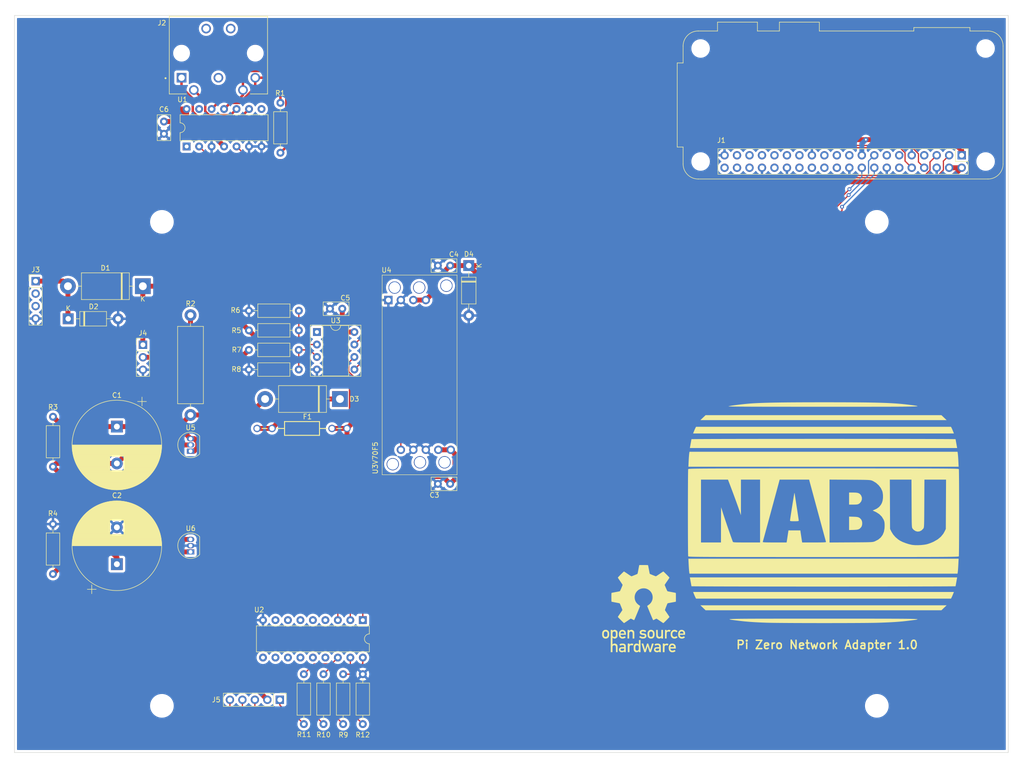
<source format=kicad_pcb>
(kicad_pcb (version 20211014) (generator pcbnew)
  (title_block (title "Pi Zero NABU Network Adapter") (date "2023-05-30") (rev "1.0"))
  (layers (0 "F.Cu" signal) (31 "B.Cu" signal) (34 "B.Paste" user) (35 "F.Paste" user) (36 "B.SilkS" user "B.Silkscreen") (37 "F.SilkS" user "F.Silkscreen") (38 "B.Mask" user) (39 "F.Mask" user) (44 "Edge.Cuts" user))
  (net 0 "")
  (net 1 "Net-(C1-Pad1)")
  (net 2 "Net-(C1-Pad2)")
  (net 3 "GND")
  (net 4 "VDC")
  (net 5 "+5V")
  (net 6 "+3V3")
  (net 7 "Net-(D1-Pad1)")
  (net 8 "VCC")
  (net 9 "/SDA")
  (net 10 "/SCL")
  (net 12 "/TX")
  (net 13 "/RX")
  (net 17 "/CABLE")
  (net 18 "/LINK")
  (net 19 "/MSG")
  (net 38 "/TX+")
  (net 39 "/RX-")
  (net 40 "/TX-")
  (net 41 "/RX+")
  (net 44 "Net-(J4-Pad2)")
  (net 45 "Net-(J5-Pad1)")
  (net 46 "Net-(J5-Pad3)")
  (net 47 "Net-(J5-Pad4)")
  (net 48 "Net-(J5-Pad5)")
  (net 49 "/VCC_SENSE")
  (net 50 "/UPS_SENSE")
  (net 51 "Net-(R10-Pad1)")
  (net 67 "/PWR_EN")
  (net 68 "Net-(R9-Pad1)")
  (net 69 "Net-(R11-Pad1)")
  (footprint "Resistor_THT:R_Axial_DIN0207_L6.3mm_D2.5mm_P10.16mm_Horizontal" (layer "F.Cu") (at 109.8534 102.0594 180)
    (fp_text reference "R8" (at 12.6984 0.0492) (layer "F.SilkS"))
    (fp_text value "7.5k")
    (pad "1" thru_hole circle (at 0 0 180) (size 1.6 1.6) (drill 0.8) (layers *.Cu *.Mask) (net 50 "/UPS_SENSE"))
    (pad "2" thru_hole oval (at 10.16 0 180) (size 1.6 1.6) (drill 0.8) (layers *.Cu *.Mask) (net 3 "GND"))
  )
  (footprint "Capacitor_THT:C_Disc_D5.0mm_W2.5mm_P2.50mm" (layer "F.Cu") (at 140.6636 80.9012 180)
    (fp_text reference "C4" (at -0.7636 2.2844) (layer "F.SilkS"))
    (fp_text value "0.1uf")
    (pad "1" thru_hole circle (at 0 0 180) (size 1.6 1.6) (drill 0.8) (layers *.Cu *.Mask) (net 5 "+5V"))
    (pad "2" thru_hole circle (at 2.5 0 180) (size 1.6 1.6) (drill 0.8) (layers *.Cu *.Mask) (net 3 "GND"))
  )
  (footprint "Resistor_THT:R_Axial_DIN0207_L6.3mm_D2.5mm_P10.16mm_Horizontal" (layer "F.Cu") (at 106.115 57.9374 90)
    (fp_text reference "R1" (at 12.1412 -0.0508) (layer "F.SilkS"))
    (fp_text value "180")
    (pad "1" thru_hole circle (at 0 0 90) (size 1.6 1.6) (drill 0.8) (layers *.Cu *.Mask) (net 41 "/RX+"))
    (pad "2" thru_hole oval (at 10.16 0 90) (size 1.6 1.6) (drill 0.8) (layers *.Cu *.Mask) (net 39 "/RX-"))
  )
  (footprint "library:Raspberry_Pi_Zero_Socketed_THT_MountingHoles" (layer "F.Cu") (at 244.7682 38.1282 -90)
    (fp_text reference "J1" (at 17.2692 48.9088) (layer "F.SilkS"))
    (fp_text value "Pi Zero W")
    (pad "" np_thru_hole circle (at -1.41 53.13 180) (size 2.75 2.75) (drill 2.75) (layers *.Cu *.Mask))
    (pad "" np_thru_hole circle (at -1.41 -4.87 180) (size 2.75 2.75) (drill 2.75) (layers *.Cu *.Mask))
    (pad "" np_thru_hole circle (at 21.59 53.13 180) (size 2.75 2.75) (drill 2.75) (layers *.Cu *.Mask))
    (pad "" np_thru_hole circle (at 21.59 -4.87 180) (size 2.75 2.75) (drill 2.75) (layers *.Cu *.Mask))
    (pad "1" thru_hole rect (at 20.32 0 270) (size 1.7 1.7) (drill 1) (layers *.Cu *.Mask) (net 6 "+3V3"))
    (pad "2" thru_hole oval (at 22.86 0 270) (size 1.7 1.7) (drill 1) (layers *.Cu *.Mask) (net 5 "+5V"))
    (pad "3" thru_hole oval (at 20.32 2.54 270) (size 1.7 1.7) (drill 1) (layers *.Cu *.Mask) (net 9 "/SDA"))
    (pad "4" thru_hole oval (at 22.86 2.54 270) (size 1.7 1.7) (drill 1) (layers *.Cu *.Mask) (net 5 "+5V"))
    (pad "5" thru_hole oval (at 20.32 5.08 270) (size 1.7 1.7) (drill 1) (layers *.Cu *.Mask) (net 10 "/SCL"))
    (pad "6" thru_hole oval (at 22.86 5.08 270) (size 1.7 1.7) (drill 1) (layers *.Cu *.Mask) (net 3 "GND"))
    (pad "7" thru_hole oval (at 20.32 7.62 270) (size 1.7 1.7) (drill 1) (layers *.Cu *.Mask))
    (pad "8" thru_hole oval (at 22.86 7.62 270) (size 1.7 1.7) (drill 1) (layers *.Cu *.Mask) (net 12 "/TX"))
    (pad "9" thru_hole oval (at 20.32 10.16 270) (size 1.7 1.7) (drill 1) (layers *.Cu *.Mask) (net 3 "GND"))
    (pad "10" thru_hole oval (at 22.86 10.16 270) (size 1.7 1.7) (drill 1) (layers *.Cu *.Mask) (net 13 "/RX"))
    (pad "11" thru_hole oval (at 20.32 12.7 270) (size 1.7 1.7) (drill 1) (layers *.Cu *.Mask))
    (pad "12" thru_hole oval (at 22.86 12.7 270) (size 1.7 1.7) (drill 1) (layers *.Cu *.Mask))
    (pad "13" thru_hole oval (at 20.32 15.24 270) (size 1.7 1.7) (drill 1) (layers *.Cu *.Mask))
    (pad "14" thru_hole oval (at 22.86 15.24 270) (size 1.7 1.7) (drill 1) (layers *.Cu *.Mask) (net 3 "GND"))
    (pad "15" thru_hole oval (at 20.32 17.78 270) (size 1.7 1.7) (drill 1) (layers *.Cu *.Mask) (net 18 "/LINK"))
    (pad "16" thru_hole oval (at 22.86 17.78 270) (size 1.7 1.7) (drill 1) (layers *.Cu *.Mask) (net 17 "/CABLE"))
    (pad "17" thru_hole oval (at 20.32 20.32 270) (size 1.7 1.7) (drill 1) (layers *.Cu *.Mask) (net 6 "+3V3"))
    (pad "18" thru_hole oval (at 22.86 20.32 270) (size 1.7 1.7) (drill 1) (layers *.Cu *.Mask) (net 19 "/MSG"))
    (pad "19" thru_hole oval (at 20.32 22.86 270) (size 1.7 1.7) (drill 1) (layers *.Cu *.Mask))
    (pad "20" thru_hole oval (at 22.86 22.86 270) (size 1.7 1.7) (drill 1) (layers *.Cu *.Mask) (net 3 "GND"))
    (pad "21" thru_hole oval (at 20.32 25.4 270) (size 1.7 1.7) (drill 1) (layers *.Cu *.Mask))
    (pad "22" thru_hole oval (at 22.86 25.4 270) (size 1.7 1.7) (drill 1) (layers *.Cu *.Mask))
    (pad "23" thru_hole oval (at 20.32 27.94 270) (size 1.7 1.7) (drill 1) (layers *.Cu *.Mask))
    (pad "24" thru_hole oval (at 22.86 27.94 270) (size 1.7 1.7) (drill 1) (layers *.Cu *.Mask))
    (pad "25" thru_hole oval (at 20.32 30.48 270) (size 1.7 1.7) (drill 1) (layers *.Cu *.Mask) (net 3 "GND"))
    (pad "26" thru_hole oval (at 22.86 30.48 270) (size 1.7 1.7) (drill 1) (layers *.Cu *.Mask))
    (pad "27" thru_hole oval (at 20.32 33.02 270) (size 1.7 1.7) (drill 1) (layers *.Cu *.Mask))
    (pad "28" thru_hole oval (at 22.86 33.02 270) (size 1.7 1.7) (drill 1) (layers *.Cu *.Mask))
    (pad "29" thru_hole oval (at 20.32 35.56 270) (size 1.7 1.7) (drill 1) (layers *.Cu *.Mask))
    (pad "30" thru_hole oval (at 22.86 35.56 270) (size 1.7 1.7) (drill 1) (layers *.Cu *.Mask) (net 3 "GND"))
    (pad "31" thru_hole oval (at 20.32 38.1 270) (size 1.7 1.7) (drill 1) (layers *.Cu *.Mask))
    (pad "32" thru_hole oval (at 22.86 38.1 270) (size 1.7 1.7) (drill 1) (layers *.Cu *.Mask))
    (pad "33" thru_hole oval (at 20.32 40.64 270) (size 1.7 1.7) (drill 1) (layers *.Cu *.Mask))
    (pad "34" thru_hole oval (at 22.86 40.64 270) (size 1.7 1.7) (drill 1) (layers *.Cu *.Mask) (net 3 "GND"))
    (pad "35" thru_hole oval (at 20.32 43.18 270) (size 1.7 1.7) (drill 1) (layers *.Cu *.Mask))
    (pad "36" thru_hole oval (at 22.86 43.18 270) (size 1.7 1.7) (drill 1) (layers *.Cu *.Mask))
    (pad "37" thru_hole oval (at 20.32 45.72 270) (size 1.7 1.7) (drill 1) (layers *.Cu *.Mask))
    (pad "38" thru_hole oval (at 22.86 45.72 270) (size 1.7 1.7) (drill 1) (layers *.Cu *.Mask))
    (pad "39" thru_hole oval (at 20.32 48.26 270) (size 1.7 1.7) (drill 1) (layers *.Cu *.Mask) (net 3 "GND"))
    (pad "40" thru_hole oval (at 22.86 48.26 270) (size 1.7 1.7) (drill 1) (layers *.Cu *.Mask))
  )
  (footprint "Resistor_THT:R_Axial_DIN0207_L6.3mm_D2.5mm_P10.16mm_Horizontal" (layer "F.Cu") (at 99.7058 94.0822)
    (fp_text reference "R5" (at -2.5508 0.0286) (layer "F.SilkS"))
    (fp_text value "10k")
    (pad "1" thru_hole circle (at 0 0) (size 1.6 1.6) (drill 0.8) (layers *.Cu *.Mask) (net 7 "Net-(D1-Pad1)"))
    (pad "2" thru_hole oval (at 10.16 0) (size 1.6 1.6) (drill 0.8) (layers *.Cu *.Mask) (net 49 "/VCC_SENSE"))
  )
  (footprint "MountingHole:MountingHole_3.2mm_M3" (layer "F.Cu") (at 227.5 72)
    (fp_text reference "H2" hide)
    (fp_text value "MountingHole_3.2mm_M3")
    (pad "" np_thru_hole circle locked (at 0 0) (size 3.8 3.8) (drill 3.8) (layers F&B.Cu *.Mask))
  )
  (footprint "Connector_PinHeader_2.54mm:PinHeader_1x05_P2.54mm_Vertical" (layer "F.Cu") (at 106.0014 169.268 -90)
    (fp_text reference "J5" (at 0 12.949 180) (layer "F.SilkS"))
    (fp_text value "Front Panel")
    (pad "1" thru_hole rect (at 0 0 270) (size 1.7 1.7) (drill 1) (layers *.Cu *.Mask) (net 45 "Net-(J5-Pad1)"))
    (pad "2" thru_hole oval (at 0 2.54 270) (size 1.7 1.7) (drill 1) (layers *.Cu *.Mask) (net 5 "+5V"))
    (pad "3" thru_hole oval (at 0 5.08 270) (size 1.7 1.7) (drill 1) (layers *.Cu *.Mask) (net 46 "Net-(J5-Pad3)"))
    (pad "4" thru_hole oval (at 0 7.62 270) (size 1.7 1.7) (drill 1) (layers *.Cu *.Mask) (net 47 "Net-(J5-Pad4)"))
    (pad "5" thru_hole oval (at 0 10.16 270) (size 1.7 1.7) (drill 1) (layers *.Cu *.Mask) (net 48 "Net-(J5-Pad5)"))
  )
  (footprint "Resistor_THT:R_Axial_DIN0207_L6.3mm_D2.5mm_P10.16mm_Horizontal" (layer "F.Cu") (at 118.8852 164.0586 -90)
    (fp_text reference "R9" (at 12.3722 -0.0498 180) (layer "F.SilkS"))
    (fp_text value "220")
    (pad "1" thru_hole circle (at 0 0 270) (size 1.6 1.6) (drill 0.8) (layers *.Cu *.Mask) (net 68 "Net-(R9-Pad1)"))
    (pad "2" thru_hole oval (at 10.16 0 270) (size 1.6 1.6) (drill 0.8) (layers *.Cu *.Mask) (net 46 "Net-(J5-Pad3)"))
  )
  (footprint "MountingHole:MountingHole_3.2mm_M3" (layer "F.Cu") (at 227.5 170.5)
    (fp_text reference "H4" hide)
    (fp_text value "MountingHole_3.2mm_M3")
    (pad "" np_thru_hole circle locked (at 0 0) (size 3.8 3.8) (drill 3.8) (layers F&B.Cu *.Mask))
  )
  (footprint "Capacitor_THT:CP_Radial_D18.0mm_P7.50mm" (layer "F.Cu") (at 72.8332 141.6704 90)
    (fp_text reference "C2" (at 13.9808 0.014) (layer "F.SilkS"))
    (fp_text value "Supercap")
    (pad "1" thru_hole rect (at 0 0 90) (size 2.4 2.4) (drill 1.2) (layers *.Cu *.Mask) (net 2 "Net-(C1-Pad2)"))
    (pad "2" thru_hole circle (at 7.5 0 90) (size 2.4 2.4) (drill 1.2) (layers *.Cu *.Mask) (net 3 "GND"))
  )
  (footprint "Diode_THT:D_DO-201AD_P15.24mm_Horizontal" (layer "F.Cu") (at 118.2354 108.0538 180)
    (fp_text reference "D3" (at -2.9226 -0.0016) (layer "F.SilkS"))
    (fp_text value "1n5820")
    (pad "1" thru_hole rect (at 0 0 180) (size 3.2 3.2) (drill 1.6) (layers *.Cu *.Mask) (net 7 "Net-(D1-Pad1)"))
    (pad "2" thru_hole oval (at 15.24 0 180) (size 3.2 3.2) (drill 1.6) (layers *.Cu *.Mask) (net 1 "Net-(C1-Pad1)"))
  )
  (footprint "Connector_PinHeader_2.54mm:PinHeader_1x03_P2.54mm_Vertical" (layer "F.Cu") (at 78.1414 97.023)
    (fp_text reference "J4" (at -0.011 -2.3788) (layer "F.SilkS"))
    (fp_text value "Conn_01x03")
    (pad "1" thru_hole rect (at 0 0) (size 1.7 1.7) (drill 1) (layers *.Cu *.Mask) (net 7 "Net-(D1-Pad1)"))
    (pad "2" thru_hole oval (at 0 2.54) (size 1.7 1.7) (drill 1) (layers *.Cu *.Mask) (net 44 "Net-(J4-Pad2)"))
    (pad "3" thru_hole oval (at 0 5.08) (size 1.7 1.7) (drill 1) (layers *.Cu *.Mask) (net 3 "GND"))
  )
  (footprint "Package_DIP:DIP-14_W7.62mm" (layer "F.Cu") (at 87.0346 56.6574 90)
    (fp_text reference "U1" (at 9.5404 -0.8586) (layer "F.SilkS"))
    (fp_text value "MAX489")
    (pad "1" thru_hole rect (at 0 0 90) (size 1.6 1.6) (drill 0.8) (layers *.Cu *.Mask))
    (pad "2" thru_hole oval (at 0 2.54 90) (size 1.6 1.6) (drill 0.8) (layers *.Cu *.Mask) (net 13 "/RX"))
    (pad "3" thru_hole oval (at 0 5.08 90) (size 1.6 1.6) (drill 0.8) (layers *.Cu *.Mask) (net 3 "GND"))
    (pad "4" thru_hole oval (at 0 7.62 90) (size 1.6 1.6) (drill 0.8) (layers *.Cu *.Mask) (net 6 "+3V3"))
    (pad "5" thru_hole oval (at 0 10.16 90) (size 1.6 1.6) (drill 0.8) (layers *.Cu *.Mask) (net 12 "/TX"))
    (pad "6" thru_hole oval (at 0 12.7 90) (size 1.6 1.6) (drill 0.8) (layers *.Cu *.Mask) (net 3 "GND"))
    (pad "7" thru_hole oval (at 0 15.24 90) (size 1.6 1.6) (drill 0.8) (layers *.Cu *.Mask) (net 3 "GND"))
    (pad "8" thru_hole oval (at 7.62 15.24 90) (size 1.6 1.6) (drill 0.8) (layers *.Cu *.Mask))
    (pad "9" thru_hole oval (at 7.62 12.7 90) (size 1.6 1.6) (drill 0.8) (layers *.Cu *.Mask) (net 38 "/TX+"))
    (pad "10" thru_hole oval (at 7.62 10.16 90) (size 1.6 1.6) (drill 0.8) (layers *.Cu *.Mask) (net 40 "/TX-"))
    (pad "11" thru_hole oval (at 7.62 7.62 90) (size 1.6 1.6) (drill 0.8) (layers *.Cu *.Mask) (net 39 "/RX-"))
    (pad "12" thru_hole oval (at 7.62 5.08 90) (size 1.6 1.6) (drill 0.8) (layers *.Cu *.Mask) (net 41 "/RX+"))
    (pad "13" thru_hole oval (at 7.62 2.54 90) (size 1.6 1.6) (drill 0.8) (layers *.Cu *.Mask))
    (pad "14" thru_hole oval (at 7.62 0 90) (size 1.6 1.6) (drill 0.8) (layers *.Cu *.Mask) (net 6 "+3V3"))
  )
  (footprint "Package_DIP:DIP-8_W7.62mm_Socket" (layer "F.Cu") (at 113.5464 94.424)
    (fp_text reference "U3" (at 3.81 -2.33) (layer "F.SilkS"))
    (fp_text value "ATtiny85V-10P")
    (pad "1" thru_hole rect (at 0 0) (size 1.6 1.6) (drill 0.8) (layers *.Cu *.Mask))
    (pad "2" thru_hole oval (at 0 2.54) (size 1.6 1.6) (drill 0.8) (layers *.Cu *.Mask) (net 49 "/VCC_SENSE"))
    (pad "3" thru_hole oval (at 0 5.08) (size 1.6 1.6) (drill 0.8) (layers *.Cu *.Mask) (net 50 "/UPS_SENSE"))
    (pad "4" thru_hole oval (at 0 7.62) (size 1.6 1.6) (drill 0.8) (layers *.Cu *.Mask) (net 3 "GND"))
    (pad "5" thru_hole oval (at 7.62 7.62) (size 1.6 1.6) (drill 0.8) (layers *.Cu *.Mask) (net 9 "/SDA"))
    (pad "6" thru_hole oval (at 7.62 5.08) (size 1.6 1.6) (drill 0.8) (layers *.Cu *.Mask) (net 67 "/PWR_EN"))
    (pad "7" thru_hole oval (at 7.62 2.54) (size 1.6 1.6) (drill 0.8) (layers *.Cu *.Mask) (net 10 "/SCL"))
    (pad "8" thru_hole oval (at 7.62 0) (size 1.6 1.6) (drill 0.8) (layers *.Cu *.Mask) (net 4 "VDC"))
  )
  (footprint "Package_TO_SOT_THT:TO-92_Inline" (layer "F.Cu") (at 87.8332 118.6704 90)
    (fp_text reference "U5" (at 4.7984 0) (layer "F.SilkS"))
    (fp_text value "TL431LP")
    (pad "1" thru_hole rect (at 0 0 90) (size 1.05 1.5) (drill 0.75) (layers *.Cu *.Mask) (net 1 "Net-(C1-Pad1)"))
    (pad "2" thru_hole oval (at 1.27 0 90) (size 1.05 1.5) (drill 0.75) (layers *.Cu *.Mask) (net 2 "Net-(C1-Pad2)"))
    (pad "3" thru_hole oval (at 2.54 0 90) (size 1.05 1.5) (drill 0.75) (layers *.Cu *.Mask) (net 1 "Net-(C1-Pad1)"))
  )
  (footprint "library:0251001.MXL" (layer "F.Cu") (at 101.3654 114.0482)
    (fp_text reference "F1" (at 10.2422 -2.386) (layer "F.SilkS"))
    (fp_text value "Fuse")
    (pad "1" thru_hole circle (at 3.05 0) (size 1.5 1.5) (drill 1) (layers *.Cu *.Mask) (net 7 "Net-(D1-Pad1)"))
    (pad "1" thru_hole circle (at 0 0) (size 1.5 1.5) (drill 1) (layers *.Cu *.Mask) (net 7 "Net-(D1-Pad1)"))
    (pad "2" thru_hole circle (at 18.3 0) (size 1.5 1.5) (drill 1) (layers *.Cu *.Mask) (net 4 "VDC"))
    (pad "2" thru_hole circle (at 15.25 0) (size 1.5 1.5) (drill 1) (layers *.Cu *.Mask) (net 4 "VDC"))
  )
  (footprint "library:CUI_SDS-50J" (layer "F.Cu") (at 93.5 37.6682 180)
    (fp_text reference "J2" (at 11.5062 6.1468) (layer "F.SilkS"))
    (fp_text value "RS422 - To Computer")
    (pad "" np_thru_hole circle (at -7.5 0 180) (size 2.4 2.4) (drill 2.4) (layers *.Cu *.Mask))
    (pad "" np_thru_hole circle (at 7.5 0 180) (size 2.4 2.4) (drill 2.4) (layers *.Cu *.Mask))
    (pad "1" thru_hole rect (at 7.5 -5 180) (size 1.95 1.95) (drill 1.3) (layers *.Cu *.Mask) (net 38 "/TX+"))
    (pad "2" thru_hole circle (at 0 -5 180) (size 1.95 1.95) (drill 1.3) (layers *.Cu *.Mask))
    (pad "3" thru_hole circle (at -7.5 -5 180) (size 1.95 1.95) (drill 1.3) (layers *.Cu *.Mask) (net 39 "/RX-"))
    (pad "4" thru_hole circle (at 5 -7.5 180) (size 1.95 1.95) (drill 1.3) (layers *.Cu *.Mask) (net 40 "/TX-"))
    (pad "5" thru_hole circle (at -5 -7.5 180) (size 1.95 1.95) (drill 1.3) (layers *.Cu *.Mask) (net 41 "/RX+"))
    (pad "E1" thru_hole circle (at -2.5 5 180) (size 1.95 1.95) (drill 1.3) (layers *.Cu *.Mask))
    (pad "E2" thru_hole circle (at 2.5 5 180) (size 1.95 1.95) (drill 1.3) (layers *.Cu *.Mask))
  )
  (footprint "library:osw_logo" (layer "F.Cu") (at 180.031667 150.712571)
    (fp_text reference "G2" hide)
    (fp_text value "LOGO" hide)
  )
  (footprint "Diode_THT:D_DO-41_SOD81_P10.16mm_Horizontal" (layer "F.Cu") (at 144.4482 80.9012 -90)
    (fp_text reference "D4" (at -2.3352 -0.027) (layer "F.SilkS"))
    (fp_text value "TVS")
    (fp_text user "K" (at 0 -2.1 90) (layer "F.SilkS"))
    (pad "1" thru_hole rect (at 0 0 270) (size 2.2 2.2) (drill 1.1) (layers *.Cu *.Mask) (net 5 "+5V"))
    (pad "2" thru_hole oval (at 10.16 0 270) (size 2.2 2.2) (drill 1.1) (layers *.Cu *.Mask) (net 3 "GND"))
  )
  (footprint "Resistor_THT:R_Axial_DIN0207_L6.3mm_D2.5mm_P10.16mm_Horizontal" (layer "F.Cu") (at 59.8332 143.6704 90)
    (fp_text reference "R4" (at 12.3232 -0.0162) (layer "F.SilkS"))
    (fp_text value "1k")
    (pad "1" thru_hole circle (at 0 0 90) (size 1.6 1.6) (drill 0.8) (layers *.Cu *.Mask) (net 2 "Net-(C1-Pad2)"))
    (pad "2" thru_hole oval (at 10.16 0 90) (size 1.6 1.6) (drill 0.8) (layers *.Cu *.Mask) (net 3 "GND"))
  )
  (footprint "MountingHole:MountingHole_3.2mm_M3" (layer "F.Cu") (at 82 170.5)
    (fp_text reference "H3" hide)
    (fp_text value "MountingHole_3.2mm_M3")
    (pad "" np_thru_hole circle locked (at 0 0) (size 3.8 3.8) (drill 3.8) (layers F&B.Cu *.Mask))
  )
  (footprint "Capacitor_THT:C_Disc_D5.0mm_W2.5mm_P2.50mm" (layer "F.Cu") (at 140.6636 125.3258 180)
    (fp_text reference "C3" (at 3.1988 -2.2876) (layer "F.SilkS"))
    (fp_text value "0.1uf")
    (pad "1" thru_hole circle (at 0 0 180) (size 1.6 1.6) (drill 0.8) (layers *.Cu *.Mask) (net 4 "VDC"))
    (pad "2" thru_hole circle (at 2.5 0 180) (size 1.6 1.6) (drill 0.8) (layers *.Cu *.Mask) (net 3 "GND"))
  )
  (footprint "Resistor_THT:R_Axial_DIN0207_L6.3mm_D2.5mm_P10.16mm_Horizontal" (layer "F.Cu") (at 109.8534 98.0594 180)
    (fp_text reference "R7" (at 12.6476 0.0116) (layer "F.SilkS"))
    (fp_text value "10k")
    (pad "1" thru_hole circle (at 0 0 180) (size 1.6 1.6) (drill 0.8) (layers *.Cu *.Mask) (net 50 "/UPS_SENSE"))
    (pad "2" thru_hole oval (at 10.16 0 180) (size 1.6 1.6) (drill 0.8) (layers *.Cu *.Mask) (net 1 "Net-(C1-Pad1)"))
  )
  (footprint "Package_DIP:DIP-18_W7.62mm" (layer "F.Cu") (at 122.8874 153.0586 -90)
    (fp_text reference "U2" (at -2.104 21.0974 180) (layer "F.SilkS"))
    (fp_text value "ULN2803A")
    (pad "1" thru_hole rect (at 0 0 270) (size 1.6 1.6) (drill 0.8) (layers *.Cu *.Mask) (net 17 "/CABLE"))
    (pad "2" thru_hole oval (at 0 2.54 270) (size 1.6 1.6) (drill 0.8) (layers *.Cu *.Mask) (net 18 "/LINK"))
    (pad "3" thru_hole oval (at 0 5.08 270) (size 1.6 1.6) (drill 0.8) (layers *.Cu *.Mask) (net 19 "/MSG"))
    (pad "4" thru_hole oval (at 0 7.62 270) (size 1.6 1.6) (drill 0.8) (layers *.Cu *.Mask))
    (pad "5" thru_hole oval (at 0 10.16 270) (size 1.6 1.6) (drill 0.8) (layers *.Cu *.Mask))
    (pad "6" thru_hole oval (at 0 12.7 270) (size 1.6 1.6) (drill 0.8) (layers *.Cu *.Mask))
    (pad "7" thru_hole oval (at 0 15.24 270) (size 1.6 1.6) (drill 0.8) (layers *.Cu *.Mask))
    (pad "8" thru_hole oval (at 0 17.78 270) (size 1.6 1.6) (drill 0.8) (layers *.Cu *.Mask))
    (pad "9" thru_hole oval (at 0 20.32 270) (size 1.6 1.6) (drill 0.8) (layers *.Cu *.Mask) (net 3 "GND"))
    (pad "10" thru_hole oval (at 7.62 20.32 270) (size 1.6 1.6) (drill 0.8) (layers *.Cu *.Mask))
    (pad "11" thru_hole oval (at 7.62 17.78 270) (size 1.6 1.6) (drill 0.8) (layers *.Cu *.Mask))
    (pad "12" thru_hole oval (at 7.62 15.24 270) (size 1.6 1.6) (drill 0.8) (layers *.Cu *.Mask))
    (pad "13" thru_hole oval (at 7.62 12.7 270) (size 1.6 1.6) (drill 0.8) (layers *.Cu *.Mask))
    (pad "14" thru_hole oval (at 7.62 10.16 270) (size 1.6 1.6) (drill 0.8) (layers *.Cu *.Mask))
    (pad "15" thru_hole oval (at 7.62 7.62 270) (size 1.6 1.6) (drill 0.8) (layers *.Cu *.Mask))
    (pad "16" thru_hole oval (at 7.62 5.08 270) (size 1.6 1.6) (drill 0.8) (layers *.Cu *.Mask) (net 69 "Net-(R11-Pad1)"))
    (pad "17" thru_hole oval (at 7.62 2.54 270) (size 1.6 1.6) (drill 0.8) (layers *.Cu *.Mask) (net 51 "Net-(R10-Pad1)"))
    (pad "18" thru_hole oval (at 7.62 0 270) (size 1.6 1.6) (drill 0.8) (layers *.Cu *.Mask) (net 68 "Net-(R9-Pad1)"))
  )
  (footprint "library:U3V70F5" (layer "F.Cu") (at 142.0622 123.4732 90)
    (fp_text reference "U4" (at 41.656 -14.351) (layer "F.SilkS"))
    (fp_text value "U3V70F5" (at 3.429 -16.637 90) (layer "F.SilkS"))
    (pad "" np_thru_hole circle (at 38.481 -2.159 90) (size 2.5 2.5) (drill 2.1844) (layers F&B.Cu *.Mask))
    (pad "" np_thru_hole circle (at 2.159 -13.081 90) (size 2.5 2.5) (drill 2.1844) (layers F&B.Cu *.Mask))
    (pad "" np_thru_hole circle (at 38.1 -7.70001 180) (size 2.5 2.5) (drill 2.1844) (layers F&B.Cu *.Mask))
    (pad "" np_thru_hole circle (at 2.54 -7.53999 90) (size 2.5 2.5) (drill 2.1844) (layers F&B.Cu *.Mask))
    (pad "" np_thru_hole circle (at 38.1 -12.7 90) (size 2.5 2.5) (drill 2.1844) (layers F&B.Cu *.Mask))
    (pad "" np_thru_hole circle (at 2.54 -2.54 90) (size 2.5 2.5) (drill 2.1844) (layers F&B.Cu *.Mask))
    (pad "1" thru_hole rect (at 35.56 -13.97 90) (size 1.7 1.7) (drill 1) (layers *.Cu *.Mask) (net 3 "GND"))
    (pad "2" thru_hole circle (at 35.56 -11.43 90) (size 1.7 1.7) (drill 1) (layers *.Cu *.Mask) (net 3 "GND"))
    (pad "3" thru_hole circle (at 35.56 -8.89 90) (size 1.7 1.7) (drill 1) (layers *.Cu *.Mask) (net 5 "+5V"))
    (pad "4" thru_hole circle (at 35.56 -6.35 90) (size 1.7 1.7) (drill 1) (layers *.Cu *.Mask) (net 5 "+5V"))
    (pad "5" thru_hole circle (at 5.08 -1.27 90) (size 1.7 1.7) (drill 1) (layers *.Cu *.Mask) (net 4 "VDC"))
    (pad "6" thru_hole circle (at 5.08 -3.81 90) (size 1.7 1.7) (drill 1) (layers *.Cu *.Mask) (net 4 "VDC"))
    (pad "7" thru_hole circle (at 5.08 -6.35 90) (size 1.7 1.7) (drill 1) (layers *.Cu *.Mask) (net 3 "GND"))
    (pad "8" thru_hole circle (at 5.08 -8.89 90) (size 1.7 1.7) (drill 1) (layers *.Cu *.Mask) (net 3 "GND"))
    (pad "9" thru_hole circle (at 5.08 -11.43 90) (size 1.7 1.7) (drill 1) (layers *.Cu *.Mask) (net 67 "/PWR_EN"))
  )
  (footprint "Resistor_THT:R_Axial_DIN0207_L6.3mm_D2.5mm_P10.16mm_Horizontal" (layer "F.Cu") (at 114.8852 164.0586 -90)
    (fp_text reference "R10" (at 12.3214 -0.0112 180) (layer "F.SilkS"))
    (fp_text value "220")
    (pad "1" thru_hole circle (at 0 0 270) (size 1.6 1.6) (drill 0.8) (layers *.Cu *.Mask) (net 51 "Net-(R10-Pad1)"))
    (pad "2" thru_hole oval (at 10.16 0 270) (size 1.6 1.6) (drill 0.8) (layers *.Cu *.Mask) (net 47 "Net-(J5-Pad4)"))
  )
  (footprint "Diode_THT:D_DO-201AD_P15.24mm_Horizontal" (layer "F.Cu") (at 78.116 85.0954 180)
    (fp_text reference "D1" (at 7.6056 3.71) (layer "F.SilkS"))
    (fp_text value "1n5820")
    (fp_text user "K" (at 0 -2.6) (layer "F.SilkS"))
    (pad "1" thru_hole rect (at 0 0 180) (size 3.2 3.2) (drill 1.6) (layers *.Cu *.Mask) (net 7 "Net-(D1-Pad1)"))
    (pad "2" thru_hole oval (at 15.24 0 180) (size 3.2 3.2) (drill 1.6) (layers *.Cu *.Mask) (net 8 "VCC"))
  )
  (footprint "Resistor_THT:R_Axial_DIN0207_L6.3mm_D2.5mm_P10.16mm_Horizontal" (layer "F.Cu") (at 110.8852 164.0586 -90)
    (fp_text reference "R11" (at 12.2706 -0.0488 180) (layer "F.SilkS"))
    (fp_text value "220")
    (pad "1" thru_hole circle (at 0 0 270) (size 1.6 1.6) (drill 0.8) (layers *.Cu *.Mask) (net 69 "Net-(R11-Pad1)"))
    (pad "2" thru_hole oval (at 10.16 0 270) (size 1.6 1.6) (drill 0.8) (layers *.Cu *.Mask) (net 48 "Net-(J5-Pad5)"))
  )
  (footprint "Resistor_THT:R_Axial_DIN0207_L6.3mm_D2.5mm_P10.16mm_Horizontal" (layer "F.Cu") (at 122.8852 164.0586 -90)
    (fp_text reference "R12" (at 12.3468 0.0132 180) (layer "F.SilkS"))
    (fp_text value "220")
    (pad "1" thru_hole circle (at 0 0 270) (size 1.6 1.6) (drill 0.8) (layers *.Cu *.Mask) (net 3 "GND"))
    (pad "2" thru_hole oval (at 10.16 0 270) (size 1.6 1.6) (drill 0.8) (layers *.Cu *.Mask) (net 45 "Net-(J5-Pad1)"))
  )
  (footprint "Diode_THT:D_DO-41_SOD81_P10.16mm_Horizontal" (layer "F.Cu") (at 62.9268 91.7248)
    (fp_text reference "D2" (at 5.1706 -2.47) (layer "F.SilkS"))
    (fp_text value "TVS")
    (fp_text user "K" (at 0 -2.1) (layer "F.SilkS"))
    (pad "1" thru_hole rect (at 0 0) (size 2.2 2.2) (drill 1.1) (layers *.Cu *.Mask) (net 8 "VCC"))
    (pad "2" thru_hole oval (at 10.16 0) (size 2.2 2.2) (drill 1.1) (layers *.Cu *.Mask) (net 3 "GND"))
  )
  (footprint "Capacitor_THT:C_Disc_D5.0mm_W2.5mm_P2.50mm" (layer "F.Cu") (at 118.70184 89.6812 180)
    (fp_text reference "C5" (at -0.62736 2.1998) (layer "F.SilkS"))
    (fp_text value "0.1uf")
    (pad "1" thru_hole circle (at 0 0 180) (size 1.6 1.6) (drill 0.8) (layers *.Cu *.Mask) (net 4 "VDC"))
    (pad "2" thru_hole circle (at 2.5 0 180) (size 1.6 1.6) (drill 0.8) (layers *.Cu *.Mask) (net 3 "GND"))
  )
  (footprint "Resistor_THT:R_Axial_DIN0516_L15.5mm_D5.0mm_P20.32mm_Horizontal" (layer "F.Cu") (at 87.8188 90.9882 -90)
    (fp_text reference "R2" (at -2.3384 -0.0144) (layer "F.SilkS"))
    (fp_text value "2.2 3W")
    (pad "1" thru_hole circle (at 0 0 270) (size 2.4 2.4) (drill 1.2) (layers *.Cu *.Mask) (net 44 "Net-(J4-Pad2)"))
    (pad "2" thru_hole oval (at 20.32 0 270) (size 2.4 2.4) (drill 1.2) (layers *.Cu *.Mask) (net 1 "Net-(C1-Pad1)"))
  )
  (footprint "Capacitor_THT:CP_Radial_D18.0mm_P7.50mm" (layer "F.Cu") (at 72.8332 113.6704 -90)
    (fp_text reference "C1" (at -6.377 -0.014) (layer "F.SilkS"))
    (fp_text value "Supercap")
    (pad "1" thru_hole rect (at 0 0 270) (size 2.4 2.4) (drill 1.2) (layers *.Cu *.Mask) (net 1 "Net-(C1-Pad1)"))
    (pad "2" thru_hole circle (at 7.5 0 270) (size 2.4 2.4) (drill 1.2) (layers *.Cu *.Mask) (net 2 "Net-(C1-Pad2)"))
  )
  (footprint "library:nabu_logo" (layer "F.Cu") (at 216.607667 131.154571)
    (fp_text reference "G1" hide)
    (fp_text value "LOGO" hide)
  )
  (footprint "Package_TO_SOT_THT:TO-92_Inline" (layer "F.Cu") (at 87.8332 139.1704 90)
    (fp_text reference "U6" (at 4.7752 0.0254) (layer "F.SilkS"))
    (fp_text value "TL431LP")
    (pad "1" thru_hole rect (at 0 0 90) (size 1.05 1.5) (drill 0.75) (layers *.Cu *.Mask) (net 2 "Net-(C1-Pad2)"))
    (pad "2" thru_hole oval (at 1.27 0 90) (size 1.05 1.5) (drill 0.75) (layers *.Cu *.Mask) (net 3 "GND"))
    (pad "3" thru_hole oval (at 2.54 0 90) (size 1.05 1.5) (drill 0.75) (layers *.Cu *.Mask) (net 2 "Net-(C1-Pad2)"))
  )
  (footprint "MountingHole:MountingHole_3.2mm_M3" (layer "F.Cu") (at 82 72)
    (fp_text reference "H1" hide)
    (fp_text value "MountingHole_3.2mm_M3")
    (pad "" np_thru_hole circle locked (at 0 0) (size 3.8 3.8) (drill 3.8) (layers F&B.Cu *.Mask))
  )
  (footprint "Resistor_THT:R_Axial_DIN0207_L6.3mm_D2.5mm_P10.16mm_Horizontal" (layer "F.Cu") (at 109.8658 90.0822 180)
    (fp_text reference "R6" (at 12.8886 0.0862) (layer "F.SilkS"))
    (fp_text value "7.5k")
    (pad "1" thru_hole circle (at 0 0 180) (size 1.6 1.6) (drill 0.8) (layers *.Cu *.Mask) (net 49 "/VCC_SENSE"))
    (pad "2" thru_hole oval (at 10.16 0 180) (size 1.6 1.6) (drill 0.8) (layers *.Cu *.Mask) (net 3 "GND"))
  )
  (footprint "Connector_PinHeader_2.54mm:PinHeader_1x04_P2.54mm_Vertical" (layer "F.Cu") (at 56.2974 84.064)
    (fp_text reference "J3" (at 0 -2.33) (layer "F.SilkS"))
    (fp_text value "Power")
    (pad "1" thru_hole rect (at 0 0) (size 1.7 1.7) (drill 1) (layers *.Cu *.Mask) (net 8 "VCC"))
    (pad "2" thru_hole oval (at 0 2.54) (size 1.7 1.7) (drill 1) (layers *.Cu *.Mask))
    (pad "3" thru_hole oval (at 0 5.08) (size 1.7 1.7) (drill 1) (layers *.Cu *.Mask))
    (pad "4" thru_hole oval (at 0 7.62) (size 1.7 1.7) (drill 1) (layers *.Cu *.Mask) (net 3 "GND"))
  )
  (footprint "Capacitor_THT:C_Disc_D5.0mm_W2.5mm_P2.50mm" (layer "F.Cu") (at 82.4168 51.582 -90)
    (fp_text reference "C6" (at -2.4838 0) (layer "F.SilkS"))
    (fp_text value "0.1uf")
    (pad "1" thru_hole circle (at 0 0 270) (size 1.6 1.6) (drill 0.8) (layers *.Cu *.Mask) (net 6 "+3V3"))
    (pad "2" thru_hole circle (at 2.5 0 270) (size 1.6 1.6) (drill 0.8) (layers *.Cu *.Mask) (net 3 "GND"))
  )
  (footprint "Resistor_THT:R_Axial_DIN0207_L6.3mm_D2.5mm_P10.16mm_Horizontal" (layer "F.Cu") (at 59.8332 111.6704 -90)
    (fp_text reference "R3" (at -1.964 -0.0092) (layer "F.SilkS"))
    (fp_text value "1k")
    (pad "1" thru_hole circle (at 0 0 270) (size 1.6 1.6) (drill 0.8) (layers *.Cu *.Mask) (net 1 "Net-(C1-Pad1)"))
    (pad "2" thru_hole oval (at 10.16 0 270) (size 1.6 1.6) (drill 0.8) (layers *.Cu *.Mask) (net 2 "Net-(C1-Pad2)"))
  )
  (gr_line (start 52 180) (end 52 30) (layer "Edge.Cuts") (width 0.1))
  (gr_line (start 254.25 30) (end 254.25 180) (layer "Edge.Cuts") (width 0.1))
  (gr_line (start 52 30) (end 254.25 30) (layer "Edge.Cuts") (width 0.1))
  (gr_line (start 52 180) (end 254.25 180) (layer "Edge.Cuts") (width 0.1))
  (gr_text "Pi Zero Network Adapter ${REVISION}" (at 217.369667 158.078571) (layer "F.SilkS") (effects (font (size 1.7 1.7) (thickness 0.3))))
  (segment (start 88.519932 118.6704) (end 89.28272 117.907612) (width 1) (layer "F.Cu") (net 1))
  (segment (start 102.9954 108.0538) (end 99.741 111.3082) (width 1) (layer "F.Cu") (net 1))
  (segment (start 87.8188 111.3082) (end 96.7756 111.3082) (width 1) (layer "F.Cu") (net 1))
  (segment (start 85.4566 113.6704) (end 87.8188 111.3082) (width 1) (layer "F.Cu") (net 1))
  (segment (start 99.741 111.3082) (end 96.7756 111.3082) (width 1) (layer "F.Cu") (net 1))
  (segment (start 72.8332 113.6704) (end 61.8332 113.6704) (width 1) (layer "F.Cu") (net 1))
  (segment (start 89.28272 116.82012) (end 88.593 116.1304) (width 1) (layer "F.Cu") (net 1))
  (segment (start 96.901 100.8518) (end 96.901 111.1828) (width 1) (layer "F.Cu") (net 1))
  (segment (start 87.8332 118.6704) (end 88.519932 118.6704) (width 1) (layer "F.Cu") (net 1))
  (segment (start 96.901 111.1828) (end 96.7756 111.3082) (width 1) (layer "F.Cu") (net 1))
  (segment (start 99.6934 98.0594) (end 96.901 100.8518) (width 1) (layer "F.Cu") (net 1))
  (segment (start 61.8332 113.6704) (end 59.8332 111.6704) (width 1) (layer "F.Cu") (net 1))
  (segment (start 89.28272 117.907612) (end 89.28272 116.82012) (width 1) (layer "F.Cu") (net 1))
  (segment (start 85.4566 113.6704) (end 85.4566 113.7538) (width 1) (layer "F.Cu") (net 1))
  (segment (start 85.4566 113.7538) (end 87.8332 116.1304) (width 1) (layer "F.Cu") (net 1))
  (segment (start 88.593 116.1304) (end 87.8332 116.1304) (width 1) (layer "F.Cu") (net 1))
  (segment (start 72.8332 113.6704) (end 85.4566 113.6704) (width 1) (layer "F.Cu") (net 1))
  (segment (start 72.8332 121.1704) (end 60.4932 121.1704) (width 1) (layer "F.Cu") (net 2))
  (segment (start 86.2832 136.6304) (end 84.8614 138.0522) (width 1) (layer "F.Cu") (net 2))
  (segment (start 59.8332 121.8304) (end 64.3332 126.3304) (width 1) (layer "F.Cu") (net 2))
  (segment (start 84.8614 138.0522) (end 84.8614 139.1704) (width 1) (layer "F.Cu") (net 2))
  (segment (start 71.7042 139.1704) (end 64.3332 139.1704) (width 1) (layer "F.Cu") (net 2))
  (segment (start 72.8332 141.6704) (end 72.8332 140.2994) (width 1) (layer "F.Cu") (net 2))
  (segment (start 64.3332 139.1704) (end 59.8332 143.6704) (width 1) (layer "F.Cu") (net 2))
  (segment (start 87.8332 139.1704) (end 84.8614 139.1704) (width 1) (layer "F.Cu") (net 2))
  (segment (start 84.8614 139.1704) (end 71.7042 139.1704) (width 1) (layer "F.Cu") (net 2))
  (segment (start 64.3332 126.3304) (end 64.3332 139.1704) (width 1) (layer "F.Cu") (net 2))
  (segment (start 87.8332 136.6304) (end 86.2832 136.6304) (width 1) (layer "F.Cu") (net 2))
  (segment (start 84.8614 138.0522) (end 84.8614 121.4114) (width 1) (layer "F.Cu") (net 2))
  (segment (start 60.4932 121.1704) (end 59.8332 121.8304) (width 1) (layer "F.Cu") (net 2))
  (segment (start 84.8614 121.4114) (end 80.8504 117.4004) (width 1) (layer "F.Cu") (net 2))
  (segment (start 76.6032 117.4004) (end 80.8504 117.4004) (width 1) (layer "F.Cu") (net 2))
  (segment (start 72.8332 140.2994) (end 71.7042 139.1704) (width 1) (layer "F.Cu") (net 2))
  (segment (start 80.8504 117.4004) (end 87.8332 117.4004) (width 1) (layer "F.Cu") (net 2))
  (segment (start 72.8332 121.1704) (end 76.6032 117.4004) (width 1) (layer "F.Cu") (net 2))
  (segment (start 118.70184 93.76284) (end 118.70184 89.6812) (width 1) (layer "F.Cu") (net 4))
  (segment (start 120.534911 104.168859) (end 120.534911 113.178689) (width 1) (layer "F.Cu") (net 4))
  (segment (start 119.6654 120.4312) (end 123.060489 123.826289) (width 1) (layer "F.Cu") (net 4))
  (segment (start 118.70184 102.335788) (end 120.534911 104.168859) (width 1) (layer "F.Cu") (net 4))
  (segment (start 121.1664 94.424) (end 119.363 94.424) (width 1) (layer "F.Cu") (net 4))
  (segment (start 119.6654 114.0482) (end 119.6654 120.4312) (width 1) (layer "F.Cu") (net 4))
  (segment (start 140.7922 118.3932) (end 141.6422 119.2432) (width 1) (layer "F.Cu") (net 4))
  (segment (start 118.70184 93.08716) (end 118.70184 102.335788) (width 1) (layer "F.Cu") (net 4))
  (segment (start 140.6636 125.3258) (end 139.164089 123.826289) (width 1) (layer "F.Cu") (net 4))
  (segment (start 120.534911 113.178689) (end 119.6654 114.0482) (width 1) (layer "F.Cu") (net 4))
  (segment (start 119.363 94.424) (end 118.70184 93.76284) (width 1) (layer "F.Cu") (net 4))
  (segment (start 116.6154 114.0482) (end 119.6654 114.0482) (width 1) (layer "F.Cu") (net 4))
  (segment (start 141.6422 124.3472) (end 140.6636 125.3258) (width 1) (layer "F.Cu") (net 4))
  (segment (start 141.6422 119.2432) (end 141.6422 124.3472) (width 1) (layer "F.Cu") (net 4))
  (segment (start 139.164089 123.826289) (end 123.060489 123.826289) (width 1) (layer "F.Cu") (net 4))
  (segment (start 138.2522 118.3932) (end 140.7922 118.3932) (width 1) (layer "F.Cu") (net 4))
  (segment (start 144.4482 80.9012) (end 185.847966 80.9012) (width 1) (layer "F.Cu") (net 5))
  (segment (start 99.758 165.5646) (end 103.4614 169.268) (width 1) (layer "F.Cu") (net 5))
  (segment (start 146.7866 122.7328) (end 137.6388 131.8806) (width 1) (layer "F.Cu") (net 5))
  (segment (start 135.7122 87.9132) (end 137.4378 86.1876) (width 1) (layer "F.Cu") (net 5))
  (segment (start 144.4482 80.9012) (end 146.7866 83.2396) (width 1) (layer "F.Cu") (net 5))
  (segment (start 137.4378 84.127) (end 140.6636 80.9012) (width 1) (layer "F.Cu") (net 5))
  (segment (start 185.847966 80.9012) (end 187.184483 79.564683) (width 1) (layer "F.Cu") (net 5))
  (segment (start 135.7122 87.9132) (end 133.1722 87.9132) (width 1) (layer "F.Cu") (net 5))
  (segment (start 202.907246 63.84192) (end 187.184483 79.564683) (width 1) (layer "F.Cu") (net 5))
  (segment (start 146.7866 83.2396) (end 146.7866 122.7328) (width 1) (layer "F.Cu") (net 5))
  (segment (start 144.4482 80.9012) (end 140.6636 80.9012) (width 1) (layer "F.Cu") (net 5))
  (segment (start 106.5746 131.8806) (end 99.758 138.6972) (width 1) (layer "F.Cu") (net 5))
  (segment (start 137.4378 86.1876) (end 137.4378 84.127) (width 1) (layer "F.Cu") (net 5))
  (segment (start 242.2282 60.9882) (end 244.7682 60.9882) (width 1) (layer "F.Cu") (net 5))
  (segment (start 244.7682 60.9882) (end 241.91448 63.84192) (width 1) (layer "F.Cu") (net 5))
  (segment (start 241.91448 63.84192) (end 202.907246 63.84192) (width 1) (layer "F.Cu") (net 5))
  (segment (start 137.6388 131.8806) (end 106.5746 131.8806) (width 1) (layer "F.Cu") (net 5))
  (segment (start 99.758 138.6972) (end 99.758 165.5646) (width 1) (layer "F.Cu") (net 5))
  (segment (start 81.8656 38.0492) (end 81.8656 46.863) (width 1) (layer "F.Cu") (net 6))
  (segment (start 225.2726 55.2704) (end 242.57 55.2704) (width 1) (layer "F.Cu") (net 6))
  (segment (start 244.7682 57.4686) (end 244.7682 58.4482) (width 1) (layer "F.Cu") (net 6))
  (segment (start 81.8656 46.863) (end 84.04 49.0374) (width 1) (layer "F.Cu") (net 6))
  (segment (start 84.4818 35.433) (end 109.2454 35.433) (width 1) (layer "F.Cu") (net 6))
  (segment (start 84.4818 35.433) (end 81.8656 38.0492) (width 1) (layer "F.Cu") (net 6))
  (segment (start 84.04 49.0374) (end 87.0346 49.0374) (width 1) (layer "F.Cu") (net 6))
  (segment (start 87.0346 52.1158) (end 88.716 53.7972) (width 1) (layer "F.Cu") (net 6))
  (segment (start 84.49 51.582) (end 87.0346 49.0374) (width 1) (layer "F.Cu") (net 6))
  (segment (start 129.0828 55.2704) (end 109.2454 35.433) (width 1) (layer "F.Cu") (net 6))
  (segment (start 225.2726 55.2704) (end 129.0828 55.2704) (width 1) (layer "F.Cu") (net 6))
  (segment (start 242.57 55.2704) (end 244.7682 57.4686) (width 1) (layer "F.Cu") (net 6))
  (segment (start 87.0346 49.0374) (end 87.0346 52.1158) (width 1) (layer "F.Cu") (net 6))
  (segment (start 88.716 53.7972) (end 91.7944 53.7972) (width 1) (layer "F.Cu") (net 6))
  (segment (start 91.7944 53.7972) (end 94.6546 56.6574) (width 1) (layer "F.Cu") (net 6))
  (segment (start 82.4168 51.582) (end 84.49 51.582) (width 1) (layer "F.Cu") (net 6))
  (via (at 225.2726 55.2704) (size 0.8) (drill 0.4) (layers "F.Cu" "B.Cu") (net 6))
  (segment (start 224.4482 56.0948) (end 225.2726 55.2704) (width 1) (layer "B.Cu") (net 6))
  (segment (start 224.4482 58.4482) (end 224.4482 56.0948) (width 1) (layer "B.Cu") (net 6))
  (segment (start 78.116 96.9976) (end 78.1414 97.023) (width 1) (layer "F.Cu") (net 7))
  (segment (start 118.2354 108.0538) (end 110.3868 108.0538) (width 1) (layer "F.Cu") (net 7))
  (segment (start 106.5022 111.9384) (end 106.5022 111.3574) (width 1) (layer "F.Cu") (net 7))
  (segment (start 104.3924 114.0482) (end 101.3654 114.0482) (width 1) (layer "F.Cu") (net 7))
  (segment (start 90.719 85.0954) (end 99.7058 94.0822) (width 1) (layer "F.Cu") (net 7))
  (segment (start 78.116 85.0954) (end 78.116 96.9976) (width 1) (layer "F.Cu") (net 7))
  (segment (start 106.5022 111.9384) (end 104.3924 114.0482) (width 1) (layer "F.Cu") (net 7))
  (segment (start 106.5022 100.8786) (end 106.5022 111.3574) (width 1) (layer "F.Cu") (net 7))
  (segment (start 78.116 85.0954) (end 90.719 85.0954) (width 1) (layer "F.Cu") (net 7))
  (segment (start 110.3868 108.0538) (end 106.5022 111.9384) (width 1) (layer "F.Cu") (net 7))
  (segment (start 99.7058 94.0822) (end 106.5022 100.8786) (width 1) (layer "F.Cu") (net 7))
  (segment (start 62.886 91.684) (end 62.9268 91.7248) (width 1) (layer "F.Cu") (net 8))
  (segment (start 62.876 91.674) (end 62.9268 91.7248) (width 1) (layer "F.Cu") (net 8))
  (segment (start 61.8446 84.064) (end 62.876 85.0954) (width 1) (layer "F.Cu") (net 8))
  (segment (start 62.876 85.0954) (end 62.876 91.674) (width 1) (layer "F.Cu") (net 8))
  (segment (start 56.2974 84.064) (end 61.8446 84.064) (width 1) (layer "F.Cu") (net 8))
  (segment (start 242.2282 58.4482) (end 241.053689 59.622711) (width 0.25) (layer "F.Cu") (net 9))
  (segment (start 236.03452 63.00972) (end 202.573398 63.00972) (width 0.25) (layer "F.Cu") (net 9))
  (segment (start 124.65552 98.55488) (end 121.1664 102.044) (width 0.25) (layer "F.Cu") (net 9))
  (segment (start 239.4712 63.0174) (end 236.0422 63.0174) (width 0.25) (layer "F.Cu") (net 9))
  (segment (start 202.573398 63.00972) (end 187.541259 78.041859) (width 0.25) (layer "F.Cu") (net 9))
  (segment (start 124.65552 82.079598) (end 124.65552 98.55488) (width 0.25) (layer "F.Cu") (net 9))
  (segment (start 128.227598 78.50752) (end 187.075598 78.50752) (width 0.25) (layer "F.Cu") (net 9))
  (segment (start 128.227598 78.50752) (end 124.65552 82.079598) (width 0.25) (layer "F.Cu") (net 9))
  (segment (start 187.075598 78.50752) (end 187.541259 78.041859) (width 0.25) (layer "F.Cu") (net 9))
  (segment (start 236.0422 63.0174) (end 236.03452 63.00972) (width 0.25) (layer "F.Cu") (net 9))
  (segment (start 241.053689 59.622711) (end 241.053689 61.434911) (width 0.25) (layer "F.Cu") (net 9))
  (segment (start 241.053689 61.434911) (end 239.4712 63.0174) (width 0.25) (layer "F.Cu") (net 9))
  (segment (start 124.206 93.9244) (end 124.206 81.8934) (width 0.25) (layer "F.Cu") (net 10))
  (segment (start 202.3872 62.5602) (end 237.23721 62.5602) (width 0.25) (layer "F.Cu") (net 10))
  (segment (start 124.206 81.8934) (end 128.0414 78.058) (width 0.25) (layer "F.Cu") (net 10))
  (segment (start 128.0414 78.058) (end 186.8894 78.058) (width 0.25) (layer "F.Cu") (net 10))
  (segment (start 121.1664 96.964) (end 124.206 93.9244) (width 0.25) (layer "F.Cu") (net 10))
  (segment (start 238.322711 59.813689) (end 239.6882 58.4482) (width 0.25) (layer "F.Cu") (net 10))
  (segment (start 238.322711 61.474699) (end 238.322711 59.813689) (width 0.25) (layer "F.Cu") (net 10))
  (segment (start 186.8894 78.058) (end 202.3872 62.5602) (width 0.25) (layer "F.Cu") (net 10))
  (segment (start 237.23721 62.5602) (end 238.322711 61.474699) (width 0.25) (layer "F.Cu") (net 10))
  (segment (start 235.973689 58.152679) (end 234.26749 56.44648) (width 0.25) (layer "F.Cu") (net 12))
  (segment (start 234.26749 56.44648) (end 109.795803 56.44648) (width 0.25) (layer "F.Cu") (net 12))
  (segment (start 106.907882 59.3344) (end 99.8716 59.3344) (width 0.25) (layer "F.Cu") (net 12))
  (segment (start 109.795803 56.44648) (end 106.907882 59.3344) (width 0.25) (layer "F.Cu") (net 12))
  (segment (start 235.973689 59.813689) (end 235.973689 58.152679) (width 0.25) (layer "F.Cu") (net 12))
  (segment (start 99.8716 59.3344) (end 97.1946 56.6574) (width 0.25) (layer "F.Cu") (net 12))
  (segment (start 237.1482 60.9882) (end 235.973689 59.813689) (width 0.25) (layer "F.Cu") (net 12))
  (segment (start 234.6082 60.9882) (end 233.242711 59.622711) (width 0.25) (layer "F.Cu") (net 13))
  (segment (start 232.17701 56.896) (end 109.982 56.896) (width 0.25) (layer "F.Cu") (net 13))
  (segment (start 233.242711 57.961701) (end 232.17701 56.896) (width 0.25) (layer "F.Cu") (net 13))
  (segment (start 233.242711 59.622711) (end 233.242711 57.961701) (width 0.25) (layer "F.Cu") (net 13))
  (segment (start 107.094079 59.78392) (end 92.70112 59.78392) (width 0.25) (layer "F.Cu") (net 13))
  (segment (start 92.70112 59.78392) (end 89.5746 56.6574) (width 0.25) (layer "F.Cu") (net 13))
  (segment (start 109.982 56.896) (end 107.094079 59.78392) (width 0.25) (layer "F.Cu") (net 13))
  (segment (start 141.9352 144.018) (end 197.104 88.8492) (width 0.25) (layer "F.Cu") (net 17))
  (segment (start 126.238 144.018) (end 141.9352 144.018) (width 0.25) (layer "F.Cu") (net 17))
  (segment (start 220.4212 68.9356) (end 220.4212 69.6976) (width 0.25) (layer "F.Cu") (net 17))
  (segment (start 197.104 88.8492) (end 199.4535 86.4997) (width 0.25) (layer "F.Cu") (net 17))
  (segment (start 122.8874 147.257636) (end 123.647418 146.497618) (width 0.25) (layer "F.Cu") (net 17))
  (segment (start 122.8874 153.0586) (end 122.8874 147.257636) (width 0.25) (layer "F.Cu") (net 17))
  (segment (start 123.647418 146.497618) (end 126.127036 144.018) (width 0.25) (layer "F.Cu") (net 17))
  (segment (start 126.127036 144.018) (end 126.238 144.018) (width 0.25) (layer "F.Cu") (net 17))
  (segment (start 203.6191 86.4997) (end 199.4535 86.4997) (width 0.25) (layer "F.Cu") (net 17))
  (segment (start 220.4212 69.6976) (end 203.6191 86.4997) (width 0.25) (layer "F.Cu") (net 17))
  (via (at 220.4212 68.9356) (size 0.8) (drill 0.4) (layers "F.Cu" "B.Cu") (net 17))
  (segment (start 221.742 67.6148) (end 220.4212 68.9356) (width 0.25) (layer "B.Cu") (net 17))
  (segment (start 226.9882 62.3686) (end 221.742 67.6148) (width 0.25) (layer "B.Cu") (net 17))
  (segment (start 226.9882 60.9882) (end 226.9882 62.3686) (width 0.25) (layer "B.Cu") (net 17))
  (segment (start 199.267302 86.05018) (end 141.749002 143.56848) (width 0.25) (layer "F.Cu") (net 18))
  (segment (start 125.677516 143.831803) (end 123.680259 145.829059) (width 0.25) (layer "F.Cu") (net 18))
  (segment (start 121.005459 148.503859) (end 123.680259 145.829059) (width 0.25) (layer "F.Cu") (net 18))
  (segment (start 218.884141 70.598941) (end 203.432902 86.05018) (width 0.25) (layer "F.Cu") (net 18))
  (segment (start 221.7674 66.548) (end 218.884141 69.431259) (width 0.25) (layer "F.Cu") (net 18))
  (segment (start 218.884141 69.431259) (end 218.884141 70.598941) (width 0.25) (layer "F.Cu") (net 18))
  (segment (start 125.940838 143.56848) (end 125.677516 143.831803) (width 0.25) (layer "F.Cu") (net 18))
  (segment (start 120.3474 149.161918) (end 121.005459 148.503859) (width 0.25) (layer "F.Cu") (net 18))
  (segment (start 203.432902 86.05018) (end 199.267302 86.05018) (width 0.25) (layer "F.Cu") (net 18))
  (segment (start 120.3474 153.0586) (end 120.3474 149.161918) (width 0.25) (layer "F.Cu") (net 18))
  (segment (start 141.749002 143.56848) (end 125.940838 143.56848) (width 0.25) (layer "F.Cu") (net 18))
  (via (at 221.7674 66.548) (size 0.8) (drill 0.4) (layers "F.Cu" "B.Cu") (net 18))
  (segment (start 225.813689 62.501711) (end 221.7674 66.548) (width 0.25) (layer "B.Cu") (net 18))
  (segment (start 226.9882 58.4482) (end 225.813689 59.622711) (width 0.25) (layer "B.Cu") (net 18))
  (segment (start 225.813689 59.622711) (end 225.813689 62.501711) (width 0.25) (layer "B.Cu") (net 18))
  (segment (start 117.8074 153.0586) (end 117.8074 151.0662) (width 0.25) (layer "F.Cu") (net 19))
  (segment (start 203.246704 85.60066) (end 218.434621 70.412743) (width 0.25) (layer "F.Cu") (net 19))
  (segment (start 120.1034 148.7702) (end 125.754641 143.11896) (width 0.25) (layer "F.Cu") (net 19))
  (segment (start 117.8074 151.0662) (end 120.1034 148.7702) (width 0.25) (layer "F.Cu") (net 19))
  (segment (start 125.754641 143.11896) (end 141.562804 143.11896) (width 0.25) (layer "F.Cu") (net 19))
  (segment (start 219.341341 67.949445) (end 221.9198 65.370986) (width 0.25) (layer "F.Cu") (net 19))
  (segment (start 141.562804 143.11896) (end 199.081105 85.60066) (width 0.25) (layer "F.Cu") (net 19))
  (segment (start 221.9198 65.370986) (end 221.9198 65.3542) (width 0.25) (layer "F.Cu") (net 19))
  (segment (start 218.434621 70.412743) (end 218.434621 69.245061) (width 0.25) (layer "F.Cu") (net 19))
  (segment (start 199.081105 85.60066) (end 203.246704 85.60066) (width 0.25) (layer "F.Cu") (net 19))
  (segment (start 219.341341 68.338341) (end 219.341341 67.949445) (width 0.25) (layer "F.Cu") (net 19))
  (segment (start 218.434621 69.245061) (end 219.341341 68.338341) (width 0.25) (layer "F.Cu") (net 19))
  (via (at 221.9198 65.3542) (size 0.8) (drill 0.4) (layers "F.Cu" "B.Cu") (net 19))
  (segment (start 224.4482 60.9882) (end 224.4482 62.8258) (width 0.25) (layer "B.Cu") (net 19))
  (segment (start 224.4482 62.8258) (end 221.9198 65.3542) (width 0.25) (layer "B.Cu") (net 19))
  (segment (start 95.679442 50.93163) (end 89.65937 50.93163) (width 0.4952) (layer "F.Cu") (net 38))
  (segment (start 97.840369 50.931631) (end 95.679442 50.93163) (width 0.4952) (layer "F.Cu") (net 38))
  (segment (start 88.281711 46.911311) (end 85.9912 44.6208) (width 0.4952) (layer "F.Cu") (net 38))
  (segment (start 99.7346 49.0374) (end 97.840369 50.931631) (width 0.4952) (layer "F.Cu") (net 38))
  (segment (start 85.9912 44.6208) (end 85.9912 42.6682) (width 0.4952) (layer "F.Cu") (net 38))
  (segment (start 88.281711 49.553971) (end 88.281711 46.911311) (width 0.4952) (layer "F.Cu") (net 38))
  (segment (start 89.65937 50.93163) (end 88.281711 49.553971) (width 0.4952) (layer "F.Cu") (net 38))
  (segment (start 100.9912 44.620853) (end 100.9912 42.6682) (width 0.4952) (layer "F.Cu") (net 39))
  (segment (start 106.115 44.577) (end 106.115 47.7774) (width 0.4952) (layer "F.Cu") (net 39))
  (segment (start 95.901711 47.790289) (end 97.821764 47.790289) (width 0.4952) (layer "F.Cu") (net 39))
  (segment (start 104.2062 42.6682) (end 106.115 44.577) (width 0.4952) (layer "F.Cu") (net 39))
  (segment (start 94.6546 49.0374) (end 95.901711 47.790289) (width 0.4952) (layer "F.Cu") (net 39))
  (segment (start 97.821764 47.790289) (end 100.9912 44.620853) (width 0.4952) (layer "F.Cu") (net 39))
  (segment (start 100.9912 42.6682) (end 104.2062 42.6682) (width 0.4952) (layer "F.Cu") (net 39))
  (segment (start 95.947489 50.284511) (end 91.598029 50.284511) (width 0.4952) (layer "F.Cu") (net 40))
  (segment (start 90.821711 47.498711) (end 88.4912 45.1682) (width 0.4952) (layer "F.Cu") (net 40))
  (segment (start 91.598029 50.284511) (end 90.821711 49.508193) (width 0.4952) (layer "F.Cu") (net 40))
  (segment (start 90.821711 49.508193) (end 90.821711 47.498711) (width 0.4952) (layer "F.Cu") (net 40))
  (segment (start 97.1946 49.0374) (end 95.947489 50.284511) (width 0.4952) (layer "F.Cu") (net 40))
  (segment (start 97.544917 47.14317) (end 98.4912 46.196887) (width 0.4952) (layer "F.Cu") (net 41))
  (segment (start 99.492311 41.293689) (end 98.4912 42.2948) (width 0.4952) (layer "F.Cu") (net 41))
  (segment (start 103.873089 41.293689) (end 99.492311 41.293689) (width 0.4952) (layer "F.Cu") (net 41))
  (segment (start 98.4912 46.196887) (end 98.4912 45.1682) (width 0.4952) (layer "F.Cu") (net 41))
  (segment (start 107.314511 44.785911) (end 105.0482 42.5196) (width 0.4952) (layer "F.Cu") (net 41))
  (segment (start 107.314511 56.737889) (end 107.314511 44.785911) (width 0.4952) (layer "F.Cu") (net 41))
  (segment (start 92.1146 49.0374) (end 94.008831 47.143169) (width 0.4952) (layer "F.Cu") (net 41))
  (segment (start 105.0482 42.5196) (end 105.0482 42.4688) (width 0.4952) (layer "F.Cu") (net 41))
  (segment (start 105.0482 42.4688) (end 103.873089 41.293689) (width 0.4952) (layer "F.Cu") (net 41))
  (segment (start 106.115 57.9374) (end 107.314511 56.737889) (width 0.4952) (layer "F.Cu") (net 41))
  (segment (start 98.4912 42.2948) (end 98.4912 45.1682) (width 0.4952) (layer "F.Cu") (net 41))
  (segment (start 94.008831 47.143169) (end 97.544917 47.14317) (width 0.4952) (layer "F.Cu") (net 41))
  (segment (start 87.8188 96.1064) (end 87.8188 90.9882) (width 1) (layer "F.Cu") (net 44))
  (segment (start 84.3622 99.563) (end 87.8188 96.1064) (width 1) (layer "F.Cu") (net 44))
  (segment (start 78.1414 99.563) (end 84.3622 99.563) (width 1) (layer "F.Cu") (net 44))
  (segment (start 106.0014 170.35284) (end 106.0014 169.268) (width 0.25) (layer "F.Cu") (net 45))
  (segment (start 122.8852 174.2186) (end 120.37064 171.70404) (width 0.25) (layer "F.Cu") (net 45))
  (segment (start 120.37064 171.70404) (end 107.3526 171.70404) (width 0.25) (layer "F.Cu") (net 45))
  (segment (start 107.3526 171.70404) (end 106.0014 170.35284) (width 0.25) (layer "F.Cu") (net 45))
  (segment (start 101.88156 172.15356) (end 100.9214 171.1934) (width 0.25) (layer "F.Cu") (net 46))
  (segment (start 116.82016 172.15356) (end 101.88156 172.15356) (width 0.25) (layer "F.Cu") (net 46))
  (segment (start 118.8852 174.2186) (end 116.82016 172.15356) (width 0.25) (layer "F.Cu") (net 46))
  (segment (start 100.9214 171.1934) (end 100.9214 169.268) (width 0.25) (layer "F.Cu") (net 46))
  (segment (start 114.8852 174.2186) (end 113.26968 172.60308) (width 0.25) (layer "F.Cu") (net 47))
  (segment (start 113.26968 172.60308) (end 99.02908 172.60308) (width 0.25) (layer "F.Cu") (net 47))
  (segment (start 98.3814 171.9554) (end 98.3814 169.268) (width 0.25) (layer "F.Cu") (net 47))
  (segment (start 99.02908 172.60308) (end 98.3814 171.9554) (width 0.25) (layer "F.Cu") (net 47))
  (segment (start 97.4466 173.0526) (end 95.8414 171.4474) (width 0.25) (layer "F.Cu") (net 48))
  (segment (start 109.7192 173.0526) (end 97.4466 173.0526) (width 0.25) (layer "F.Cu") (net 48))
  (segment (start 110.8852 174.2186) (end 109.7192 173.0526) (width 0.25) (layer "F.Cu") (net 48))
  (segment (start 95.8414 171.4474) (end 95.8414 169.268) (width 0.25) (layer "F.Cu") (net 48))
  (segment (start 111.4636 96.964) (end 113.5464 96.964) (width 0.25) (layer "F.Cu") (net 49))
  (segment (start 109.8658 94.0822) (end 109.8658 95.3662) (width 0.25) (layer "F.Cu") (net 49))
  (segment (start 109.8658 95.3662) (end 111.4636 96.964) (width 0.25) (layer "F.Cu") (net 49))
  (segment (start 109.8658 90.0822) (end 109.8658 94.0822) (width 0.25) (layer "F.Cu") (net 49))
  (segment (start 109.8534 98.0594) (end 109.8534 102.0594) (width 0.25) (layer "F.Cu") (net 50))
  (segment (start 113.5464 99.504) (end 112.0902 98.0478) (width 0.25) (layer "F.Cu") (net 50))
  (segment (start 112.0902 98.0478) (end 111.7854 98.0478) (width 0.25) (layer "F.Cu") (net 50))
  (segment (start 111.7738 98.0594) (end 109.8534 98.0594) (width 0.25) (layer "F.Cu") (net 50))
  (segment (start 111.7854 98.0478) (end 111.7738 98.0594) (width 0.25) (layer "F.Cu") (net 50))
  (segment (start 120.3474 162.1152) (end 120.0272 162.4354) (width 0.25) (layer "F.Cu") (net 51))
  (segment (start 120.0272 162.4354) (end 116.5084 162.4354) (width 0.25) (layer "F.Cu") (net 51))
  (segment (start 116.5084 162.4354) (end 114.8852 164.0586) (width 0.25) (layer "F.Cu") (net 51))
  (segment (start 120.3474 160.6786) (end 120.3474 162.1152) (width 0.25) (layer "F.Cu") (net 51))
  (segment (start 121.539 103.966) (end 130.6322 113.0592) (width 0.25) (layer "F.Cu") (net 67))
  (segment (start 130.6322 113.0592) (end 130.6322 118.3932) (width 0.25) (layer "F.Cu") (net 67))
  (segment (start 121.1664 99.504) (end 120.041889 100.628511) (width 0.25) (layer "F.Cu") (net 67))
  (segment (start 120.041889 102.509789) (end 121.4981 103.966) (width 0.25) (layer "F.Cu") (net 67))
  (segment (start 121.4981 103.966) (end 121.539 103.966) (width 0.25) (layer "F.Cu") (net 67))
  (segment (start 120.041889 100.628511) (end 120.041889 102.509789) (width 0.25) (layer "F.Cu") (net 67))
  (segment (start 120.69 164.0586) (end 118.8852 164.0586) (width 0.25) (layer "F.Cu") (net 68))
  (segment (start 122.8874 161.8612) (end 120.69 164.0586) (width 0.25) (layer "F.Cu") (net 68))
  (segment (start 122.8874 160.6786) (end 122.8874 161.8612) (width 0.25) (layer "F.Cu") (net 68))
  (segment (start 116.5078 161.9782) (end 112.9656 161.9782) (width 0.25) (layer "F.Cu") (net 69))
  (segment (start 117.8074 160.6786) (end 116.5078 161.9782) (width 0.25) (layer "F.Cu") (net 69))
  (segment (start 112.9656 161.9782) (end 110.8852 164.0586) (width 0.25) (layer "F.Cu") (net 69))
  (zone (net 3) (net_name "GND") (layer "B.Cu") (connect_pads (clearance 0.508)) (min_thickness 0.254) (fill yes (thermal_gap 0.508) (thermal_bridge_width 0.508))
    (polygon (pts (xy 257.4544 182.9308) (xy 49.0474 182.9308) (xy 49.0474 26.8478) (xy 257.4544 26.8478)))
  )
)
</source>
